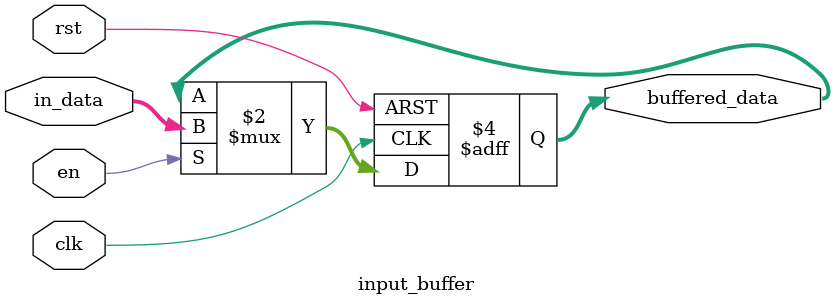
<source format=sv>
module input_buffer(
    input logic clk,
    input logic rst,
    input logic [15:0] in_data,
    input logic en,
    output logic [15:0] buffered_data
);
    always_ff @(posedge clk or posedge rst) begin
        if (rst)
            buffered_data <= 16'b0;
        else if (en)
            buffered_data <= in_data;
    end
endmodule
</source>
